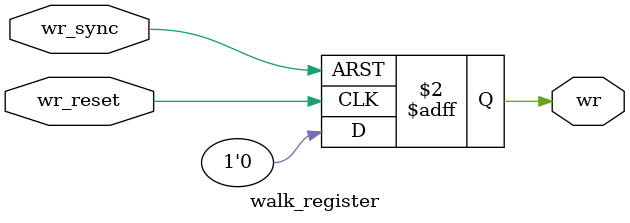
<source format=v>
`timescale 1ns / 1ps


module walk_register(
    input wr_sync,
    input wr_reset,
    output reg wr
    );
    
    always@(posedge wr_sync, posedge wr_reset) begin
        
        if (wr_sync) begin
            wr = 1;
        end
        else begin
            if (wr_reset) begin
                wr = 0;
            end
        end
    end
    
endmodule

</source>
